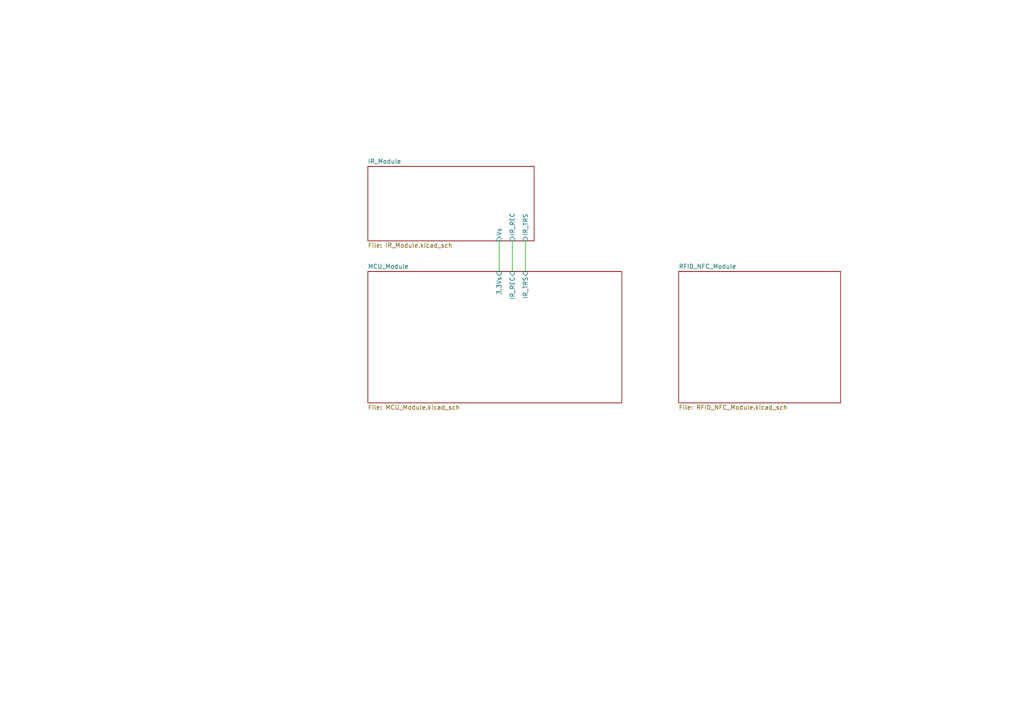
<source format=kicad_sch>
(kicad_sch
	(version 20250114)
	(generator "eeschema")
	(generator_version "9.0")
	(uuid "e986f9cd-e157-40e1-96f4-30d075669176")
	(paper "A4")
	(lib_symbols)
	(wire
		(pts
			(xy 152.4 69.85) (xy 152.4 78.74)
		)
		(stroke
			(width 0)
			(type default)
		)
		(uuid "35f2c5f5-ad03-44aa-ba5a-cd64cce2725f")
	)
	(wire
		(pts
			(xy 144.78 69.85) (xy 144.78 78.74)
		)
		(stroke
			(width 0)
			(type default)
		)
		(uuid "d272a7b7-b9b8-4954-9ca5-e63c8f9b38b5")
	)
	(wire
		(pts
			(xy 148.59 69.85) (xy 148.59 78.74)
		)
		(stroke
			(width 0)
			(type default)
		)
		(uuid "e0a5dec8-6f05-42e5-bf64-f4631c73a701")
	)
	(sheet
		(at 196.85 78.74)
		(size 46.99 38.1)
		(exclude_from_sim no)
		(in_bom yes)
		(on_board yes)
		(dnp no)
		(fields_autoplaced yes)
		(stroke
			(width 0.1524)
			(type solid)
		)
		(fill
			(color 0 0 0 0.0000)
		)
		(uuid "64dbf39c-3ea5-40e7-8df8-dac88189ee40")
		(property "Sheetname" "RFID_NFC_Module"
			(at 196.85 78.0284 0)
			(effects
				(font
					(size 1.27 1.27)
				)
				(justify left bottom)
			)
		)
		(property "Sheetfile" "RFID_NFC_Module.kicad_sch"
			(at 196.85 117.4246 0)
			(effects
				(font
					(size 1.27 1.27)
				)
				(justify left top)
			)
		)
		(instances
			(project "Flipper_Box"
				(path "/e986f9cd-e157-40e1-96f4-30d075669176"
					(page "4")
				)
			)
		)
	)
	(sheet
		(at 106.68 48.26)
		(size 48.26 21.59)
		(exclude_from_sim no)
		(in_bom yes)
		(on_board yes)
		(dnp no)
		(fields_autoplaced yes)
		(stroke
			(width 0.1524)
			(type solid)
		)
		(fill
			(color 0 0 0 0.0000)
		)
		(uuid "d006a5f6-243d-48e1-9f1f-92518c96789f")
		(property "Sheetname" "IR_Module"
			(at 106.68 47.5484 0)
			(effects
				(font
					(size 1.27 1.27)
				)
				(justify left bottom)
			)
		)
		(property "Sheetfile" "IR_Module.kicad_sch"
			(at 106.68 70.4346 0)
			(effects
				(font
					(size 1.27 1.27)
				)
				(justify left top)
			)
		)
		(pin "Vs" input
			(at 144.78 69.85 270)
			(uuid "eac3ef07-4bf9-4463-8719-bd1f7d95e990")
			(effects
				(font
					(size 1.27 1.27)
				)
				(justify left)
			)
		)
		(pin "IR_REC" input
			(at 148.59 69.85 270)
			(uuid "952a1b5a-2ce4-4735-a65d-4c112cc2cb8b")
			(effects
				(font
					(size 1.27 1.27)
				)
				(justify left)
			)
		)
		(pin "IR_TRS" input
			(at 152.4 69.85 270)
			(uuid "aa400f79-f28a-49f0-aaa0-578de934cc6f")
			(effects
				(font
					(size 1.27 1.27)
				)
				(justify left)
			)
		)
		(instances
			(project "Flipper_Box"
				(path "/e986f9cd-e157-40e1-96f4-30d075669176"
					(page "3")
				)
			)
		)
	)
	(sheet
		(at 106.68 78.74)
		(size 73.66 38.1)
		(exclude_from_sim no)
		(in_bom yes)
		(on_board yes)
		(dnp no)
		(fields_autoplaced yes)
		(stroke
			(width 0.1524)
			(type solid)
		)
		(fill
			(color 0 0 0 0.0000)
		)
		(uuid "fd269378-e6a0-461a-8048-1065d3c05a54")
		(property "Sheetname" "MCU_Module"
			(at 106.68 78.0284 0)
			(effects
				(font
					(size 1.27 1.27)
				)
				(justify left bottom)
			)
		)
		(property "Sheetfile" "MCU_Module.kicad_sch"
			(at 106.68 117.4246 0)
			(effects
				(font
					(size 1.27 1.27)
				)
				(justify left top)
			)
		)
		(pin "3.3Vs" input
			(at 144.78 78.74 90)
			(uuid "1287d699-85b8-4b2b-91ea-7096f179b57a")
			(effects
				(font
					(size 1.27 1.27)
				)
				(justify right)
			)
		)
		(pin "IR_REC" input
			(at 148.59 78.74 90)
			(uuid "5cbec2cd-b187-491d-8587-1a698563c87c")
			(effects
				(font
					(size 1.27 1.27)
				)
				(justify right)
			)
		)
		(pin "IR_TRS" input
			(at 152.4 78.74 90)
			(uuid "816b7aae-24bd-408d-9c2a-2b21b6bbcd1e")
			(effects
				(font
					(size 1.27 1.27)
				)
				(justify right)
			)
		)
		(instances
			(project "Flipper_Box"
				(path "/e986f9cd-e157-40e1-96f4-30d075669176"
					(page "2")
				)
			)
		)
	)
	(sheet_instances
		(path "/"
			(page "1")
		)
	)
	(embedded_fonts no)
)

</source>
